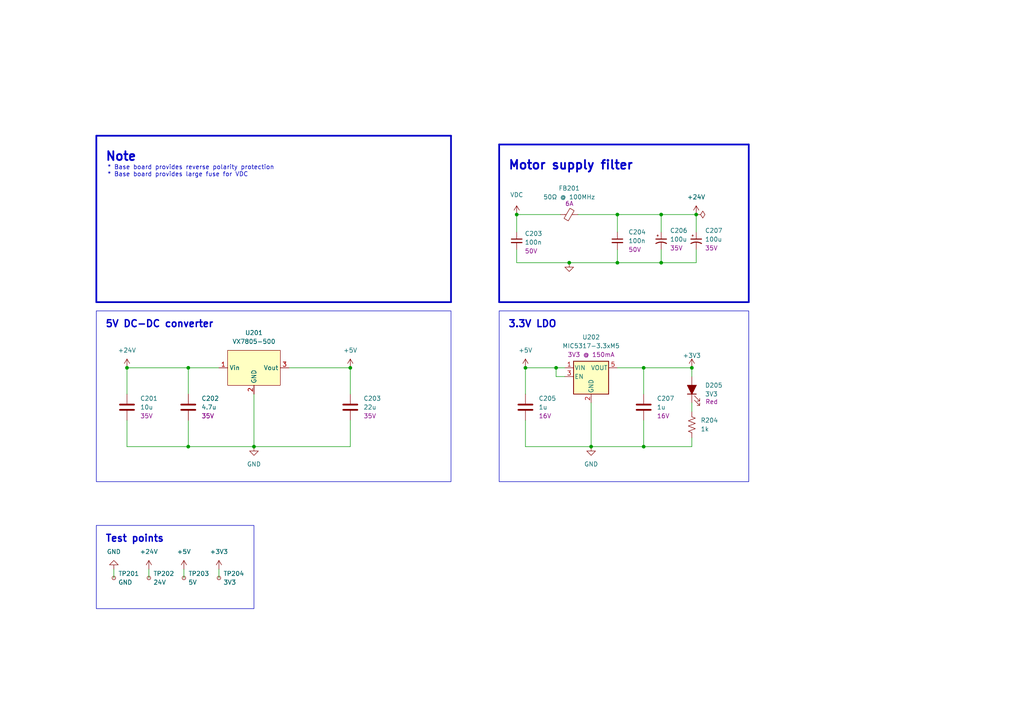
<source format=kicad_sch>
(kicad_sch (version 20230121) (generator eeschema)
  (paper "A4")
  (lib_symbols
    (symbol "Connector:TestPoint_Small" (pin_numbers hide) (pin_names (offset 0.762) hide)
      (property "Reference" "TP" (at 0 3.81 0))
      (property "Value" "TestPoint_Small" (at 0 2.032 0))
      (symbol "TestPoint_Small_0_1"
        (circle (center 0 0) (radius 0.508))
      )
      (symbol "TestPoint_Small_1_1"
        (pin passive line (at 0 0 90) (length 0) (name "1") (number "1"))
      )
    )
    (symbol "Device:C" (pin_numbers hide) (pin_names (offset 0.254))
      (property "Reference" "C" (at 0.635 2.54 0))
      (property "Value" "C" (at 0.635 -2.54 0))
      (symbol "C_0_1"
        (polyline (pts (xy -2.032 -0.762) (xy 2.032 -0.762)) (stroke (width 0.508)))
        (polyline (pts (xy -2.032 0.762) (xy 2.032 0.762)) (stroke (width 0.508)))
      )
      (symbol "C_1_1"
        (pin passive line (at 0 3.81 270) (length 2.794) (name "~") (number "1"))
        (pin passive line (at 0 -3.81 90) (length 2.794) (name "~") (number "2"))
      )
    )
    (symbol "Device:C_Polarized_Small_US" (pin_numbers hide) (pin_names (offset 0.254) hide)
      (property "Reference" "C" (at 0.254 1.778 0))
      (property "Value" "C_Polarized_Small_US" (at 0.254 -2.032 0))
      (symbol "C_Polarized_Small_US_0_1"
        (polyline (pts (xy -1.524 0.508) (xy 1.524 0.508)) (stroke (width 0.3048)))
        (polyline (pts (xy -1.27 1.524) (xy -0.762 1.524)))
        (polyline (pts (xy -1.016 1.27) (xy -1.016 1.778)))
        (arc (start 1.524 -0.762) (mid 0 -0.3734) (end -1.524 -0.762) (stroke (width 0.3048)))
      )
      (symbol "C_Polarized_Small_US_1_1"
        (pin passive line (at 0 2.54 270) (length 2.032) (name "~") (number "1"))
        (pin passive line (at 0 -2.54 90) (length 2.032) (name "~") (number "2"))
      )
    )
    (symbol "Device:C_Small" (pin_numbers hide) (pin_names (offset 0.254) hide)
      (property "Reference" "C" (at 0.254 1.778 0))
      (property "Value" "C_Small" (at 0.254 -2.032 0))
      (symbol "C_Small_0_1"
        (polyline (pts (xy -1.524 -0.508) (xy 1.524 -0.508)) (stroke (width 0.3302)))
        (polyline (pts (xy -1.524 0.508) (xy 1.524 0.508)) (stroke (width 0.3048)))
      )
      (symbol "C_Small_1_1"
        (pin passive line (at 0 2.54 270) (length 2.032) (name "~") (number "1"))
        (pin passive line (at 0 -2.54 90) (length 2.032) (name "~") (number "2"))
      )
    )
    (symbol "Device:FerriteBead_Small" (pin_numbers hide) (pin_names (offset 0))
      (property "Reference" "FB" (at 1.905 1.27 0))
      (property "Value" "FerriteBead_Small" (at 1.905 -1.27 0))
      (symbol "FerriteBead_Small_0_1"
        (polyline (pts (xy 0 -1.27) (xy 0 -0.7874)))
        (polyline (pts (xy 0 0.889) (xy 0 1.2954)))
        (polyline (pts (xy -1.8288 0.2794) (xy -1.1176 1.4986) (xy 1.8288 -0.2032) (xy 1.1176 -1.4224) (xy -1.8288 0.2794)))
      )
      (symbol "FerriteBead_Small_1_1"
        (pin passive line (at 0 2.54 270) (length 1.27) (name "~") (number "1"))
        (pin passive line (at 0 -2.54 90) (length 1.27) (name "~") (number "2"))
      )
    )
    (symbol "Device:LED_Filled" (pin_numbers hide) (pin_names (offset 1.016) hide)
      (property "Reference" "D" (at 0 2.54 0))
      (property "Value" "LED_Filled" (at 0 -2.54 0))
      (symbol "LED_Filled_0_1"
        (polyline (pts (xy -1.27 -1.27) (xy -1.27 1.27)) (stroke (width 0.254)))
        (polyline (pts (xy -1.27 0) (xy 1.27 0)))
        (polyline (pts (xy 1.27 -1.27) (xy 1.27 1.27) (xy -1.27 0) (xy 1.27 -1.27)) (stroke (width 0.254)) (fill (type outline)))
        (polyline (pts (xy -3.048 -0.762) (xy -4.572 -2.286) (xy -3.81 -2.286) (xy -4.572 -2.286) (xy -4.572 -1.524)))
        (polyline (pts (xy -1.778 -0.762) (xy -3.302 -2.286) (xy -2.54 -2.286) (xy -3.302 -2.286) (xy -3.302 -1.524)))
      )
      (symbol "LED_Filled_1_1"
        (pin passive line (at -3.81 0 0) (length 2.54) (name "K") (number "1"))
        (pin passive line (at 3.81 0 180) (length 2.54) (name "A") (number "2"))
      )
    )
    (symbol "Device:R_US" (pin_numbers hide) (pin_names (offset 0))
      (property "Reference" "R" (at 2.54 0 90))
      (property "Value" "R_US" (at -2.54 0 90))
      (symbol "R_US_0_1"
        (polyline (pts (xy 0 -2.286) (xy 0 -2.54)))
        (polyline (pts (xy 0 2.286) (xy 0 2.54)))
        (polyline (pts (xy 0 -0.762) (xy 1.016 -1.143) (xy 0 -1.524) (xy -1.016 -1.905) (xy 0 -2.286)))
        (polyline (pts (xy 0 0.762) (xy 1.016 0.381) (xy 0 0) (xy -1.016 -0.381) (xy 0 -0.762)))
        (polyline (pts (xy 0 2.286) (xy 1.016 1.905) (xy 0 1.524) (xy -1.016 1.143) (xy 0 0.762)))
      )
      (symbol "R_US_1_1"
        (pin passive line (at 0 3.81 270) (length 1.27) (name "~") (number "1"))
        (pin passive line (at 0 -3.81 90) (length 1.27) (name "~") (number "2"))
      )
    )
    (symbol "Droid:Converter_DCDC_CUI_VX78-500_THT"
      (property "Reference" "U" (at 0 7.62 0))
      (property "Value" "VX7805-500" (at 0 6.35 0))
      (symbol "Converter_DCDC_CUI_VX78-500_THT_0_0"
        (pin power_in line (at -10.16 0 0) (length 2.54) (name "Vin") (number "1"))
        (pin power_in line (at 0 -7.62 90) (length 2.54) (name "GND") (number "2"))
        (pin power_out line (at 10.16 0 180) (length 2.54) (name "Vout") (number "3"))
      )
      (symbol "Converter_DCDC_CUI_VX78-500_THT_0_1"
        (rectangle (start -7.62 5.08) (end 7.62 -5.08) (stroke (width 0.1524)) (fill (type background)))
      )
    )
    (symbol "Regulator_Linear:MIC5317-3.3xM5" (pin_names (offset 0.254))
      (property "Reference" "U" (at -6.35 6.35 0))
      (property "Value" "MIC5317-3.3xM5" (at 0 6.35 0))
      (symbol "MIC5317-3.3xM5_0_1"
        (rectangle (start -5.08 4.445) (end 5.08 -5.08) (stroke (width 0.254)) (fill (type background)))
      )
      (symbol "MIC5317-3.3xM5_1_1"
        (pin power_in line (at -7.62 2.54 0) (length 2.54) (name "VIN") (number "1"))
        (pin power_in line (at 0 -7.62 90) (length 2.54) (name "GND") (number "2"))
        (pin input line (at -7.62 0 0) (length 2.54) (name "EN") (number "3"))
        (pin no_connect line (at 5.08 0 180) (length 2.54) hide (name "NC") (number "4"))
        (pin power_out line (at 7.62 2.54 180) (length 2.54) (name "VOUT") (number "5"))
      )
    )
    (symbol "power:+24V" (power) (pin_names (offset 0))
      (property "Value" "+24V" (at 0 3.556 0))
      (symbol "+24V_0_1"
        (polyline (pts (xy -0.762 1.27) (xy 0 2.54)))
        (polyline (pts (xy 0 0) (xy 0 2.54)))
        (polyline (pts (xy 0 2.54) (xy 0.762 1.27)))
      )
      (symbol "+24V_1_1"
        (pin power_in line (at 0 0 90) (length 0) hide (name "+24V") (number "1"))
      )
    )
    (symbol "power:+3V3" (power) (pin_names (offset 0))
      (property "Value" "+3V3" (at 0 3.556 0))
      (symbol "+3V3_0_1"
        (polyline (pts (xy -0.762 1.27) (xy 0 2.54)))
        (polyline (pts (xy 0 0) (xy 0 2.54)))
        (polyline (pts (xy 0 2.54) (xy 0.762 1.27)))
      )
      (symbol "+3V3_1_1"
        (pin power_in line (at 0 0 90) (length 0) hide (name "+3V3") (number "1"))
      )
    )
    (symbol "power:+5V" (power) (pin_names (offset 0))
      (property "Value" "+5V" (at 0 3.556 0))
      (symbol "+5V_0_1"
        (polyline (pts (xy -0.762 1.27) (xy 0 2.54)))
        (polyline (pts (xy 0 0) (xy 0 2.54)))
        (polyline (pts (xy 0 2.54) (xy 0.762 1.27)))
      )
      (symbol "+5V_1_1"
        (pin power_in line (at 0 0 90) (length 0) hide (name "+5V") (number "1"))
      )
    )
    (symbol "power:GND" (power) (pin_names (offset 0))
      (property "Value" "GND" (at 0 -3.81 0))
      (symbol "GND_0_1"
        (polyline (pts (xy 0 0) (xy 0 -1.27) (xy 1.27 -1.27) (xy 0 -2.54) (xy -1.27 -1.27) (xy 0 -1.27)))
      )
      (symbol "GND_1_1"
        (pin power_in line (at 0 0 270) (length 0) hide (name "GND") (number "1"))
      )
    )
    (symbol "power:PWR_FLAG" (power) (pin_numbers hide) (pin_names (offset 0) hide)
      (property "Value" "PWR_FLAG" (at 0 3.81 0))
      (symbol "PWR_FLAG_0_0"
        (pin power_out line (at 0 0 90) (length 0) (name "pwr") (number "1"))
      )
      (symbol "PWR_FLAG_0_1"
        (polyline (pts (xy 0 0) (xy 0 1.27) (xy -1.016 1.905) (xy 0 2.54) (xy 1.016 1.905) (xy 0 1.27)))
      )
    )
    (symbol "power:VDC" (power) (pin_names (offset 0))
      (property "Value" "VDC" (at 0 6.35 0))
      (symbol "VDC_0_1"
        (polyline (pts (xy -0.762 1.27) (xy 0 2.54)))
        (polyline (pts (xy 0 0) (xy 0 2.54)))
        (polyline (pts (xy 0 2.54) (xy 0.762 1.27)))
      )
      (symbol "VDC_1_1"
        (pin power_in line (at 0 0 90) (length 0) hide (name "VDC") (number "1"))
      )
    )
  )
  (junction (at 186.69 129.54))
  (junction (at 186.69 106.68))
  (junction (at 73.66 129.54))
  (junction (at 161.29 106.68))
  (junction (at 191.77 76.2))
  (junction (at 54.61 106.68))
  (junction (at 165.1 76.2))
  (junction (at 101.6 106.68))
  (junction (at 36.83 106.68))
  (junction (at 179.07 76.2))
  (junction (at 171.45 129.54))
  (junction (at 152.4 106.68))
  (junction (at 149.86 62.23))
  (junction (at 201.93 62.23))
  (junction (at 179.07 62.23))
  (junction (at 191.77 62.23))
  (junction (at 200.66 106.68))
  (junction (at 54.61 129.54))
  (wire (pts (xy 149.86 76.2) (xy 165.1 76.2)))
  (wire (pts (xy 179.07 62.23) (xy 191.77 62.23)))
  (wire (pts (xy 163.83 109.22) (xy 161.29 109.22)))
  (wire (pts (xy 43.18 165.1) (xy 43.18 167.64)))
  (wire (pts (xy 101.6 106.68) (xy 83.82 106.68)))
  (wire (pts (xy 186.69 129.54) (xy 171.45 129.54)))
  (wire (pts (xy 149.86 62.23) (xy 149.86 67.31)))
  (wire (pts (xy 33.02 165.1) (xy 33.02 167.64)))
  (wire (pts (xy 201.93 62.23) (xy 201.93 67.31)))
  (polyline (pts (xy 217.17 41.91) (xy 217.17 87.63)) (stroke (width 0.5) (type solid)))
  (wire (pts (xy 161.29 109.22) (xy 161.29 106.68)))
  (wire (pts (xy 152.4 106.68) (xy 161.29 106.68)))
  (polyline (pts (xy 144.78 41.91) (xy 144.78 87.63)) (stroke (width 0.5) (type solid)))
  (polyline (pts (xy 27.94 39.37) (xy 27.94 87.63)) (stroke (width 0.5) (type solid)))
  (wire (pts (xy 149.86 76.2) (xy 149.86 72.39)))
  (wire (pts (xy 152.4 129.54) (xy 171.45 129.54)))
  (wire (pts (xy 179.07 76.2) (xy 191.77 76.2)))
  (wire (pts (xy 63.5 165.1) (xy 63.5 167.64)))
  (wire (pts (xy 54.61 106.68) (xy 54.61 114.3)))
  (wire (pts (xy 53.34 165.1) (xy 53.34 167.64)))
  (wire (pts (xy 191.77 72.39) (xy 191.77 76.2)))
  (wire (pts (xy 200.66 109.22) (xy 200.66 106.68)))
  (wire (pts (xy 191.77 62.23) (xy 201.93 62.23)))
  (wire (pts (xy 191.77 62.23) (xy 191.77 67.31)))
  (polyline (pts (xy 130.81 39.37) (xy 130.81 87.63)) (stroke (width 0.5) (type solid)))
  (wire (pts (xy 200.66 127) (xy 200.66 129.54)))
  (polyline (pts (xy 217.17 87.63) (xy 144.78 87.63)) (stroke (width 0.5) (type solid)))
  (wire (pts (xy 152.4 121.92) (xy 152.4 129.54)))
  (wire (pts (xy 73.66 129.54) (xy 101.6 129.54)))
  (wire (pts (xy 186.69 129.54) (xy 200.66 129.54)))
  (wire (pts (xy 36.83 114.3) (xy 36.83 106.68)))
  (wire (pts (xy 152.4 114.3) (xy 152.4 106.68)))
  (polyline (pts (xy 130.81 87.63) (xy 27.94 87.63)) (stroke (width 0.5) (type solid)))
  (wire (pts (xy 161.29 106.68) (xy 163.83 106.68)))
  (wire (pts (xy 201.93 76.2) (xy 201.93 72.39)))
  (wire (pts (xy 73.66 114.3) (xy 73.66 129.54)))
  (wire (pts (xy 179.07 62.23) (xy 179.07 67.31)))
  (wire (pts (xy 165.1 76.2) (xy 179.07 76.2)))
  (wire (pts (xy 54.61 129.54) (xy 73.66 129.54)))
  (wire (pts (xy 171.45 116.84) (xy 171.45 129.54)))
  (wire (pts (xy 63.5 106.68) (xy 54.61 106.68)))
  (wire (pts (xy 101.6 114.3) (xy 101.6 106.68)))
  (polyline (pts (xy 27.94 39.37) (xy 130.81 39.37)) (stroke (width 0.5) (type solid)))
  (wire (pts (xy 36.83 121.92) (xy 36.83 129.54)))
  (wire (pts (xy 36.83 129.54) (xy 54.61 129.54)))
  (wire (pts (xy 149.86 62.23) (xy 162.56 62.23)))
  (polyline (pts (xy 144.78 41.91) (xy 217.17 41.91)) (stroke (width 0.5) (type solid)))
  (wire (pts (xy 179.07 72.39) (xy 179.07 76.2)))
  (wire (pts (xy 101.6 121.92) (xy 101.6 129.54)))
  (wire (pts (xy 179.07 106.68) (xy 186.69 106.68)))
  (wire (pts (xy 186.69 121.92) (xy 186.69 129.54)))
  (wire (pts (xy 167.64 62.23) (xy 179.07 62.23)))
  (wire (pts (xy 186.69 114.3) (xy 186.69 106.68)))
  (wire (pts (xy 54.61 121.92) (xy 54.61 129.54)))
  (wire (pts (xy 186.69 106.68) (xy 200.66 106.68)))
  (wire (pts (xy 200.66 116.84) (xy 200.66 119.38)))
  (wire (pts (xy 36.83 106.68) (xy 54.61 106.68)))
  (wire (pts (xy 191.77 76.2) (xy 201.93 76.2)))
  (rectangle (start 27.94 152.4) (end 73.66 176.53))
  (rectangle (start 27.94 90.17) (end 130.81 139.7))
  (rectangle (start 144.78 90.17) (end 217.17 139.7))
  (text "* Base board provides reverse polarity protection\n* Base board provides large fuse for VDC" (at 31.115 51.435 0) (effects (font (size 1.27 1.27)) (justify left bottom)))
  (text "3.3V LDO" (at 147.32 95.25 0) (effects (font (size 2 2) bold) (justify left bottom)))
  (text "Note" (at 30.48 46.99 0) (effects (font (size 2.54 2.54) (thickness 0.508) bold) (justify left bottom)))
  (text "Test points" (at 30.48 157.48 0) (effects (font (size 2 2) (thickness 0.4) bold) (justify left bottom)))
  (text "Motor supply filter" (at 147.32 49.53 0) (effects (font (size 2.54 2.54) (thickness 0.508) bold) (justify left bottom)))
  (text "5V DC-DC converter	" (at 30.48 95.25 0) (effects (font (size 2 2) bold) (justify left bottom)))
  (symbol (lib_id "Connector:TestPoint_Small") (at 63.5 167.64 0) (unit 1)
    (property "Reference" "TP204" (at 64.77 166.37 0) (effects (justify left)))
    (property "Value" "3V3" (at 64.77 168.91 0) (effects (justify left)))
    (property "Footprint" "TestPoint:TestPoint_Pad_1.0x1.0mm" (effects hide))
  )
  (symbol (lib_id "power:+5V") (at 53.34 165.1 0) (unit 1)
    (property "Reference" "#PWR0204" (effects hide))
    (property "Value" "+5V" (at 53.34 160.02 0))
  )
  (symbol (lib_id "Connector:TestPoint_Small") (at 53.34 167.64 0) (unit 1)
    (property "Reference" "TP203" (at 54.61 166.37 0) (effects (justify left)))
    (property "Value" "5V" (at 54.61 168.91 0) (effects (justify left)))
    (property "Footprint" "TestPoint:TestPoint_Pad_1.0x1.0mm" (effects hide))
  )
  (symbol (lib_id "Device:C") (at 54.61 118.11 0) (unit 1)
    (property "Reference" "C202" (at 58.42 115.57 0) (effects (justify left)))
    (property "Value" "4.7u" (at 58.42 118.11 0) (effects (justify left)))
    (property "Footprint" "Droid:C_0603_HandSolder" (effects hide))
    (property "mpn" "GRT188R6YA475KE13D" (effects hide))
    (property "Rating" "35V" (at 58.42 120.65 0) (effects (justify left)))
  )
  (symbol (lib_id "power:+5V") (at 101.6 106.68 0) (unit 1)
    (property "Reference" "#PWR0207" (effects hide))
    (property "Value" "+5V" (at 101.6 101.6 0))
  )
  (symbol (lib_id "Device:C") (at 36.83 118.11 0) (unit 1)
    (property "Reference" "C201" (at 40.64 115.57 0) (effects (justify left)))
    (property "Value" "10u" (at 40.64 118.11 0) (effects (justify left)))
    (property "Footprint" "Droid:C_0603_HandSolder" (effects hide))
    (property "mpn" "GRM188R6YA106MA73D" (effects hide))
    (property "Rating" "35V" (at 40.64 120.65 0) (effects (justify left)))
  )
  (symbol (lib_id "power:VDC") (at 149.86 62.23 0) (unit 1)
    (property "Reference" "#PWR0204" (effects hide))
    (property "Value" "VDC" (at 149.86 56.515 0))
    (instances (project "placertron" (path "" (reference "#PWR0204") (unit 1))) (project "movertron" (path "" (reference "#PWR0213") (unit 1))) (project "jellyfish" (path "" (reference "#PWR0105") (unit 1))))
  )
  (symbol (lib_id "power:+24V") (at 201.93 62.23 0) (unit 1)
    (property "Reference" "#PWR0207" (effects hide))
    (property "Value" "+24V" (at 201.93 57.15 0))
    (instances (project "placertron" (path "" (reference "#PWR0207") (unit 1))) (project "movertron" (path "" (reference "#PWR0215") (unit 1))) (project "jellyfish" (path "" (reference "#PWR0128") (unit 1))))
  )
  (symbol (lib_id "Device:C") (at 186.69 118.11 0) (unit 1)
    (property "Reference" "C207" (at 190.5 115.57 0) (effects (justify left)))
    (property "Value" "1u" (at 190.5 118.11 0) (effects (justify left)))
    (property "Footprint" "Droid:C_0603_HandSolder" (effects hide))
    (property "mpn" "CL10B105MO8NNWC" (effects hide))
    (property "Rating" "16V" (at 190.5 120.65 0) (effects (justify left)))
  )
  (symbol (lib_id "power:GND") (at 165.1 76.2 0) (unit 1)
    (property "Reference" "#PWR0205" (effects hide))
    (property "Value" "GND" (effects hide))
    (instances (project "placertron" (path "" (reference "#PWR0205") (unit 1))) (project "movertron" (path "" (reference "#PWR0214") (unit 1))) (project "jellyfish" (path "" (reference "#PWR012") (unit 1))))
  )
  (symbol (lib_id "Device:FerriteBead_Small") (at 165.1 62.23 90) (unit 1)
    (property "Reference" "FB201" (at 165.1 54.61 90))
    (property "Value" "50Ω @ 100MHz" (at 165.1 57.15 90))
    (property "Footprint" "Droid:L_1206_HandSolder" (effects hide))
    (property "Rating" "6A" (at 165.1381 59.055 90))
    (property "mpn" "HI1206T500R-10" (effects hide))
    (instances (project "placertron" (path "" (reference "FB201") (unit 1))) (project "movertron" (path "" (reference "FB202") (unit 1))) (project "jellyfish" (path "" (reference "FB1") (unit 1))))
  )
  (symbol (lib_id "power:GND") (at 33.02 165.1 180) (unit 1)
    (property "Reference" "#PWR0201" (effects hide))
    (property "Value" "GND" (at 33.02 160.02 0))
  )
  (symbol (lib_id "power:+5V") (at 152.4 106.68 0) (unit 1)
    (property "Reference" "#PWR0209" (effects hide))
    (property "Value" "+5V" (at 152.4 101.6 0))
  )
  (symbol (lib_id "Device:C") (at 101.6 118.11 0) (unit 1)
    (property "Reference" "C203" (at 105.41 115.57 0) (effects (justify left)))
    (property "Value" "22u" (at 105.41 118.11 0) (effects (justify left)))
    (property "Footprint" "Droid:C_0805_HandSolder" (effects hide))
    (property "mpn" "GMC21X5R226M35NT" (effects hide))
    (property "Rating" "35V" (at 105.41 120.65 0) (effects (justify left)))
  )
  (symbol (lib_id "power:GND") (at 171.45 129.54 0) (unit 1)
    (property "Reference" "#PWR0210" (effects hide))
    (property "Value" "GND" (at 171.45 134.62 0))
  )
  (symbol (lib_id "Droid:Converter_DCDC_CUI_VX78-500_THT") (at 73.66 106.68 0) (unit 1)
    (property "Reference" "U201" (at 73.66 96.52 0))
    (property "Value" "VX7805-500" (at 73.66 99.06 0))
    (property "Footprint" "Droid:Converter_DCDC_CUI_VX7805-500" (effects hide))
    (property "Datasheet" "https://www.mouser.com/datasheet/2/670/vx78_500-1774570.pdf" (effects hide))
    (property "mpn" "VX7805-500" (effects hide))
    (property "MPN" "VX7805-500" (effects hide))
  )
  (symbol (lib_id "power:+3V3") (at 63.5 165.1 0) (unit 1)
    (property "Reference" "#PWR0205" (effects hide))
    (property "Value" "+3V3" (at 63.5 160.02 0))
  )
  (symbol (lib_id "Connector:TestPoint_Small") (at 33.02 167.64 0) (unit 1)
    (property "Reference" "TP201" (at 34.29 166.37 0) (effects (justify left)))
    (property "Value" "GND" (at 34.29 168.91 0) (effects (justify left)))
    (property "Footprint" "TestPoint:TestPoint_Pad_1.0x1.0mm" (effects hide))
  )
  (symbol (lib_id "Device:C_Polarized_Small_US") (at 191.77 69.85 0) (unit 1)
    (property "Reference" "C206" (at 194.31 66.8781 0) (effects (justify left)))
    (property "Value" "100u" (at 194.31 69.4181 0) (effects (justify left)))
    (property "Footprint" "Capacitor_SMD:CP_Elec_6.3x7.7" (effects hide))
    (property "Rating" "35V" (at 194.31 71.9581 0) (effects (justify left)))
    (property "mpn" "EMZR500ARA101MF80G" (effects hide))
    (instances (project "placertron" (path "" (reference "C206") (unit 1))) (project "movertron" (path "" (reference "C211") (unit 1))) (project "jellyfish" (path "" (reference "C5") (unit 1))))
  )
  (symbol (lib_id "power:GND") (at 73.66 129.54 0) (unit 1)
    (property "Reference" "#PWR0206" (effects hide))
    (property "Value" "GND" (at 73.66 134.62 0))
  )
  (symbol (lib_id "power:+3V3") (at 200.66 106.68 0) (unit 1)
    (property "Reference" "#PWR0211" (effects hide))
    (property "Value" "+3V3" (at 200.66 103.124 0))
  )
  (symbol (lib_id "Regulator_Linear:MIC5317-3.3xM5") (at 171.45 109.22 0) (unit 1)
    (property "Reference" "U202" (at 171.45 97.79 0))
    (property "Value" "MIC5317-3.3xM5" (at 171.45 100.33 0))
    (property "Footprint" "Package_TO_SOT_SMD:SOT-23-5" (effects hide))
    (property "Datasheet" "https://ww1.microchip.com/downloads/aemDocuments/documents/OTH/ProductDocuments/DataSheets/MIC5317-High-Performance-Single-150mA-LDO-DS20006195B.pdf" (effects hide))
    (property "mpn" "MIC5317-3.3YD5" (effects hide))
    (property "Rating" "3V3 @ 150mA" (at 171.45 102.87 0))
  )
  (symbol (lib_id "power:PWR_FLAG") (at 201.93 62.23 270) (unit 1)
    (property "Reference" "#FLG0202" (effects hide))
    (property "Value" "PWR_FLAG" (effects hide))
    (instances (project "placertron" (path "" (reference "#FLG0202") (unit 1))) (project "movertron" (path "" (reference "#FLG0203") (unit 1))) (project "jellyfish" (path "" (reference "#FLG04") (unit 1))))
  )
  (symbol (lib_id "power:+24V") (at 43.18 165.1 0) (unit 1)
    (property "Reference" "#PWR0203" (effects hide))
    (property "Value" "+24V" (at 43.18 160.02 0))
  )
  (symbol (lib_id "Device:C_Polarized_Small_US") (at 201.93 69.85 0) (unit 1)
    (property "Reference" "C207" (at 204.47 66.8781 0) (effects (justify left)))
    (property "Value" "100u" (at 204.47 69.4181 0) (effects (justify left)))
    (property "Footprint" "Capacitor_SMD:CP_Elec_6.3x7.7" (effects hide))
    (property "Rating" "35V" (at 204.47 71.9581 0) (effects (justify left)))
    (property "mpn" "EMZR500ARA101MF80G" (effects hide))
    (instances (project "placertron" (path "" (reference "C207") (unit 1))) (project "movertron" (path "" (reference "C212") (unit 1))) (project "jellyfish" (path "" (reference "C22") (unit 1))))
  )
  (symbol (lib_id "Device:C") (at 152.4 118.11 0) (unit 1)
    (property "Reference" "C205" (at 156.21 115.57 0) (effects (justify left)))
    (property "Value" "1u" (at 156.21 118.11 0) (effects (justify left)))
    (property "Footprint" "Droid:C_0603_HandSolder" (effects hide))
    (property "mpn" "CL10B105MO8NNWC" (effects hide))
    (property "Rating" "16V" (at 156.21 120.65 0) (effects (justify left)))
  )
  (symbol (lib_id "Connector:TestPoint_Small") (at 43.18 167.64 0) (unit 1)
    (property "Reference" "TP202" (at 44.45 166.37 0) (effects (justify left)))
    (property "Value" "24V" (at 44.45 168.91 0) (effects (justify left)))
    (property "Footprint" "TestPoint:TestPoint_Pad_1.0x1.0mm" (effects hide))
  )
  (symbol (lib_id "power:+24V") (at 36.83 106.68 0) (unit 1)
    (property "Reference" "#PWR0202" (effects hide))
    (property "Value" "+24V" (at 36.83 101.6 0))
  )
  (symbol (lib_id "Device:C_Small") (at 179.07 69.85 0) (unit 1)
    (property "Reference" "C204" (at 182.245 67.3162 0) (effects (justify left)))
    (property "Value" "100n" (at 182.245 69.8562 0) (effects (justify left)))
    (property "Footprint" "Droid:C_0603_HandSolder" (effects hide))
    (property "mpn" "CL10B104KB8NNNC" (effects hide))
    (property "Rating" "50V" (at 182.245 72.3962 0) (effects (justify left)))
    (instances (project "placertron" (path "" (reference "C204") (unit 1))) (project "movertron" (path "" (reference "C210") (unit 1))) (project "jellyfish" (path "" (reference "C9") (unit 1))))
  )
  (symbol (lib_id "Device:C_Small") (at 149.86 69.85 0) (unit 1)
    (property "Reference" "C203" (at 152.1841 67.7532 0) (effects (justify left)))
    (property "Value" "100n" (at 152.1841 70.2901 0) (effects (justify left)))
    (property "Footprint" "Droid:C_0603_HandSolder" (effects hide))
    (property "mpn" "CL10B104KB8NNNC" (effects hide))
    (property "Rating" "50V" (at 152.1841 72.827 0) (effects (justify left)))
    (instances (project "placertron" (path "" (reference "C203") (unit 1))) (project "movertron" (path "" (reference "C209") (unit 1))) (project "jellyfish" (path "" (reference "C8") (unit 1))))
  )
  (symbol (lib_id "Device:R_US") (at 200.66 123.19 0) (unit 1)
    (property "Reference" "R204" (at 203.2 121.92 0) (effects (justify left)))
    (property "Value" "1k" (at 203.2 124.46 0) (effects (justify left)))
    (property "Footprint" "Droid:R_0603_HandSolder" (effects hide))
    (property "mpn" "RMCF0603JT1K00" (effects hide))
    (property "Rating" "100mw" (effects hide))
  )
  (symbol (lib_id "Device:LED_Filled") (at 200.66 113.03 90) (unit 1)
    (property "Reference" "D205" (at 204.47 111.76 90) (effects (justify right)))
    (property "Value" "3V3" (at 204.47 114.3 90) (effects (justify right)))
    (property "Footprint" "Droid:LED_0805_LiteOn" (effects hide))
    (property "mpn" "APT2012EC" (effects hide))
    (property "Rating" "Red" (at 208.28 116.5225 90) (effects (justify left)))
  )
)
</source>
